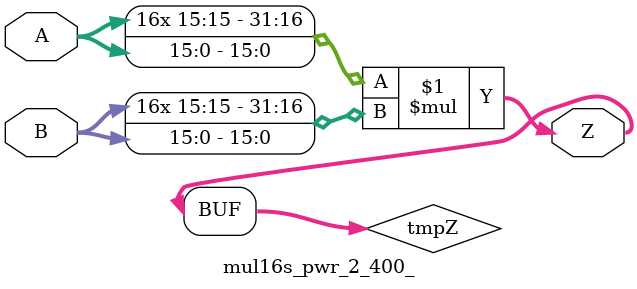
<source format=v>
/***
* This code is a part of ApproxLib library (ehw.fit.vutbr.cz/approxlib) distributed under a XXXX public license.
* When used, please cite the following article(s): V. Mrazek, Z. Vasicek, L. Sekanina, H. Jiang and J. Han, "Scalable Construction of Approximate Multipliers With Formally Guaranteed Worst Case Error" in IEEE Transactions on Very Large Scale Integration (VLSI) Systems, vol. 26, no. 11, pp. 2572-2576, Nov. 2018. doi: 10.1109/TVLSI.2018.2856362 
* This file is pareto optimal sub-set with respect to the pwr and mse parameters
***/

//Behavioral model of 16-bit Signed Truncated Multiplier
//Truncated bits: 0

module mul16s_pwr_2_400_(
	A, 
	B,
	Z
);

input signed [16-1:0] A;
input signed [16-1:0] B;
output signed [2*16-1:0] Z;

wire signed [2*(16-0)-1:0] tmpZ;
assign tmpZ = $signed(A[16-1:0]) * $signed(B[16-1:0]);
assign Z = $signed(tmpZ);
endmodule


// internal reference: truncation-tm.16.mul16s_pwr_2_400_


</source>
